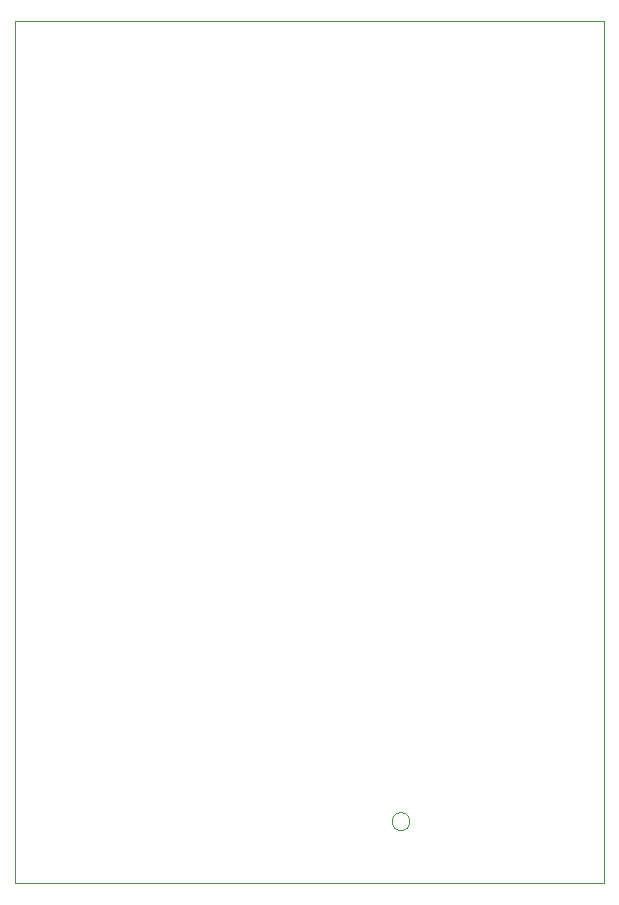
<source format=gm1>
G75*
%MOIN*%
%OFA0B0*%
%FSLAX24Y24*%
%IPPOS*%
%LPD*%
%AMOC8*
5,1,8,0,0,1.08239X$1,22.5*
%
%ADD10C,0.0000*%
D10*
X000633Y002508D02*
X000633Y031248D01*
X020279Y031248D01*
X020279Y002508D01*
X000633Y002508D01*
X013197Y004585D02*
X013199Y004619D01*
X013205Y004653D01*
X013215Y004686D01*
X013228Y004717D01*
X013246Y004747D01*
X013266Y004775D01*
X013290Y004800D01*
X013316Y004822D01*
X013344Y004840D01*
X013375Y004856D01*
X013407Y004868D01*
X013441Y004876D01*
X013475Y004880D01*
X013509Y004880D01*
X013543Y004876D01*
X013577Y004868D01*
X013609Y004856D01*
X013639Y004840D01*
X013668Y004822D01*
X013694Y004800D01*
X013718Y004775D01*
X013738Y004747D01*
X013756Y004717D01*
X013769Y004686D01*
X013779Y004653D01*
X013785Y004619D01*
X013787Y004585D01*
X013785Y004551D01*
X013779Y004517D01*
X013769Y004484D01*
X013756Y004453D01*
X013738Y004423D01*
X013718Y004395D01*
X013694Y004370D01*
X013668Y004348D01*
X013640Y004330D01*
X013609Y004314D01*
X013577Y004302D01*
X013543Y004294D01*
X013509Y004290D01*
X013475Y004290D01*
X013441Y004294D01*
X013407Y004302D01*
X013375Y004314D01*
X013344Y004330D01*
X013316Y004348D01*
X013290Y004370D01*
X013266Y004395D01*
X013246Y004423D01*
X013228Y004453D01*
X013215Y004484D01*
X013205Y004517D01*
X013199Y004551D01*
X013197Y004585D01*
M02*

</source>
